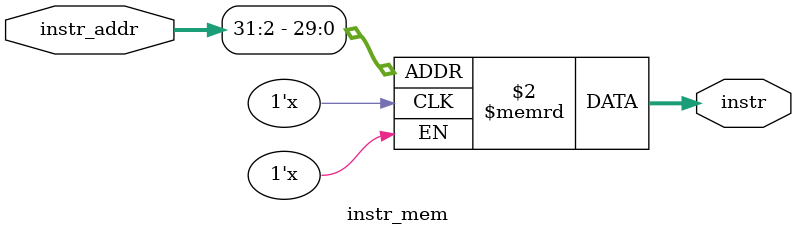
<source format=v>
module instr_mem #(parameter DATA_WIDTH = 32, ADDR_WIDTH = 32, MEM_SIZE = 512) (
    input  wire [ADDR_WIDTH-1:0] instr_addr,
    output reg  [DATA_WIDTH-1:0] instr
);

    // Declare memory array
    reg [DATA_WIDTH-1:0] instr_ram [0:MEM_SIZE-1];

    // Memory initialization is not done here (handled externally in synthesis)
    // Synthesis tools like Genus will treat this as an uninitialized Block RAM.

    // Read operation
    always @(*) begin
        instr = instr_ram[instr_addr[31:2]];
    end

endmodule



</source>
